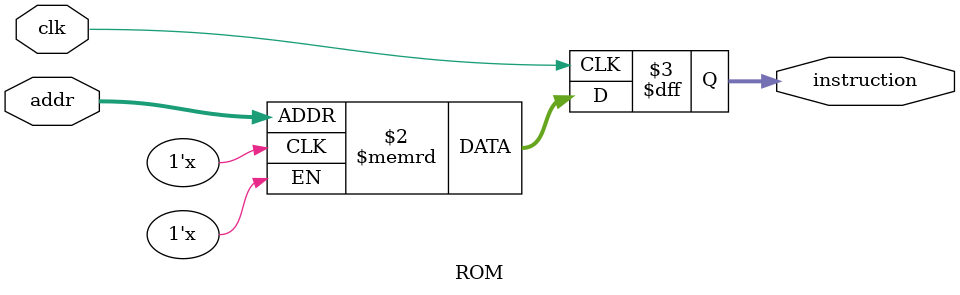
<source format=v>
`timescale 1ns / 1ps

module ROM
 #(
   parameter INS_WIDTH = 32
  )
  (
   input clk,
   input [31 : 0] addr,
   output reg [INS_WIDTH-1 : 0] instruction
  );
  reg [INS_WIDTH-1 : 0] rom_buffer [31 : 0];

  always@(posedge clk)
  begin	
  	instruction = rom_buffer[addr];
  end
  
endmodule


</source>
